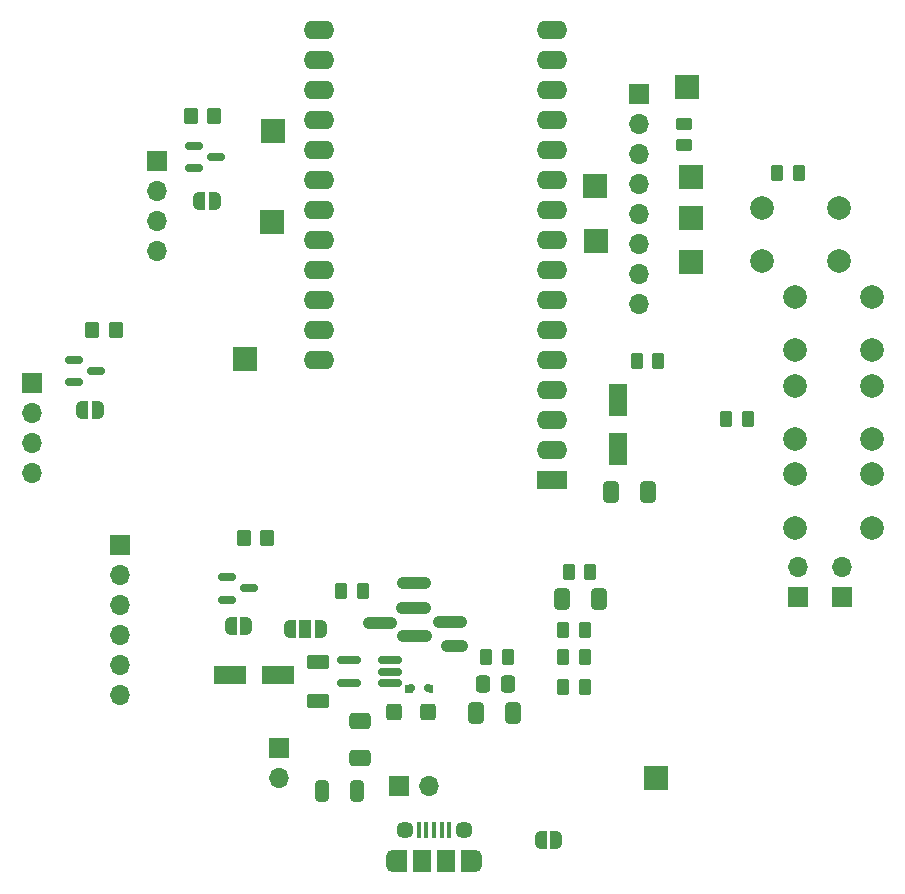
<source format=gbr>
%TF.GenerationSoftware,KiCad,Pcbnew,8.0.5*%
%TF.CreationDate,2024-10-28T11:51:33+01:00*%
%TF.ProjectId,Scent_Diffuser,5363656e-745f-4446-9966-66757365722e,rev?*%
%TF.SameCoordinates,Original*%
%TF.FileFunction,Soldermask,Top*%
%TF.FilePolarity,Negative*%
%FSLAX46Y46*%
G04 Gerber Fmt 4.6, Leading zero omitted, Abs format (unit mm)*
G04 Created by KiCad (PCBNEW 8.0.5) date 2024-10-28 11:51:33*
%MOMM*%
%LPD*%
G01*
G04 APERTURE LIST*
G04 Aperture macros list*
%AMRoundRect*
0 Rectangle with rounded corners*
0 $1 Rounding radius*
0 $2 $3 $4 $5 $6 $7 $8 $9 X,Y pos of 4 corners*
0 Add a 4 corners polygon primitive as box body*
4,1,4,$2,$3,$4,$5,$6,$7,$8,$9,$2,$3,0*
0 Add four circle primitives for the rounded corners*
1,1,$1+$1,$2,$3*
1,1,$1+$1,$4,$5*
1,1,$1+$1,$6,$7*
1,1,$1+$1,$8,$9*
0 Add four rect primitives between the rounded corners*
20,1,$1+$1,$2,$3,$4,$5,0*
20,1,$1+$1,$4,$5,$6,$7,0*
20,1,$1+$1,$6,$7,$8,$9,0*
20,1,$1+$1,$8,$9,$2,$3,0*%
%AMFreePoly0*
4,1,19,0.500000,-0.750000,0.000000,-0.750000,0.000000,-0.744911,-0.071157,-0.744911,-0.207708,-0.704816,-0.327430,-0.627875,-0.420627,-0.520320,-0.479746,-0.390866,-0.500000,-0.250000,-0.500000,0.250000,-0.479746,0.390866,-0.420627,0.520320,-0.327430,0.627875,-0.207708,0.704816,-0.071157,0.744911,0.000000,0.744911,0.000000,0.750000,0.500000,0.750000,0.500000,-0.750000,0.500000,-0.750000,
$1*%
%AMFreePoly1*
4,1,19,0.000000,0.744911,0.071157,0.744911,0.207708,0.704816,0.327430,0.627875,0.420627,0.520320,0.479746,0.390866,0.500000,0.250000,0.500000,-0.250000,0.479746,-0.390866,0.420627,-0.520320,0.327430,-0.627875,0.207708,-0.704816,0.071157,-0.744911,0.000000,-0.744911,0.000000,-0.750000,-0.500000,-0.750000,-0.500000,0.750000,0.000000,0.750000,0.000000,0.744911,0.000000,0.744911,
$1*%
%AMFreePoly2*
4,1,19,0.550000,-0.750000,0.000000,-0.750000,0.000000,-0.744911,-0.071157,-0.744911,-0.207708,-0.704816,-0.327430,-0.627875,-0.420627,-0.520320,-0.479746,-0.390866,-0.500000,-0.250000,-0.500000,0.250000,-0.479746,0.390866,-0.420627,0.520320,-0.327430,0.627875,-0.207708,0.704816,-0.071157,0.744911,0.000000,0.744911,0.000000,0.750000,0.550000,0.750000,0.550000,-0.750000,0.550000,-0.750000,
$1*%
%AMFreePoly3*
4,1,19,0.000000,0.744911,0.071157,0.744911,0.207708,0.704816,0.327430,0.627875,0.420627,0.520320,0.479746,0.390866,0.500000,0.250000,0.500000,-0.250000,0.479746,-0.390866,0.420627,-0.520320,0.327430,-0.627875,0.207708,-0.704816,0.071157,-0.744911,0.000000,-0.744911,0.000000,-0.750000,-0.550000,-0.750000,-0.550000,0.750000,0.000000,0.750000,0.000000,0.744911,0.000000,0.744911,
$1*%
G04 Aperture macros list end*
%ADD10C,0.100000*%
%ADD11C,1.000000*%
%ADD12RoundRect,0.250000X-0.262500X-0.450000X0.262500X-0.450000X0.262500X0.450000X-0.262500X0.450000X0*%
%ADD13RoundRect,0.250000X0.550000X-1.137500X0.550000X1.137500X-0.550000X1.137500X-0.550000X-1.137500X0*%
%ADD14RoundRect,0.250000X0.412500X0.650000X-0.412500X0.650000X-0.412500X-0.650000X0.412500X-0.650000X0*%
%ADD15FreePoly0,0.000000*%
%ADD16FreePoly1,0.000000*%
%ADD17R,1.700000X1.700000*%
%ADD18O,1.700000X1.700000*%
%ADD19R,2.000000X2.000000*%
%ADD20FreePoly0,180.000000*%
%ADD21FreePoly1,180.000000*%
%ADD22RoundRect,0.250000X0.262500X0.450000X-0.262500X0.450000X-0.262500X-0.450000X0.262500X-0.450000X0*%
%ADD23C,2.000000*%
%ADD24RoundRect,0.162500X0.837500X0.162500X-0.837500X0.162500X-0.837500X-0.162500X0.837500X-0.162500X0*%
%ADD25RoundRect,0.250000X-0.350000X-0.450000X0.350000X-0.450000X0.350000X0.450000X-0.350000X0.450000X0*%
%ADD26RoundRect,0.250000X0.400000X0.450000X-0.400000X0.450000X-0.400000X-0.450000X0.400000X-0.450000X0*%
%ADD27RoundRect,0.250000X0.337500X0.475000X-0.337500X0.475000X-0.337500X-0.475000X0.337500X-0.475000X0*%
%ADD28RoundRect,0.250000X-0.700000X0.362500X-0.700000X-0.362500X0.700000X-0.362500X0.700000X0.362500X0*%
%ADD29R,0.400000X1.350000*%
%ADD30O,1.200000X1.900000*%
%ADD31R,1.200000X1.900000*%
%ADD32C,1.450000*%
%ADD33R,1.500000X1.900000*%
%ADD34RoundRect,0.250000X-0.412500X-0.650000X0.412500X-0.650000X0.412500X0.650000X-0.412500X0.650000X0*%
%ADD35RoundRect,0.150000X-0.587500X-0.150000X0.587500X-0.150000X0.587500X0.150000X-0.587500X0.150000X0*%
%ADD36RoundRect,0.250000X1.137500X0.550000X-1.137500X0.550000X-1.137500X-0.550000X1.137500X-0.550000X0*%
%ADD37RoundRect,0.250000X0.450000X-0.262500X0.450000X0.262500X-0.450000X0.262500X-0.450000X-0.262500X0*%
%ADD38RoundRect,0.250000X0.325000X0.650000X-0.325000X0.650000X-0.325000X-0.650000X0.325000X-0.650000X0*%
%ADD39RoundRect,0.250000X0.350000X0.450000X-0.350000X0.450000X-0.350000X-0.450000X0.350000X-0.450000X0*%
%ADD40RoundRect,0.150000X-0.150000X-0.200000X0.150000X-0.200000X0.150000X0.200000X-0.150000X0.200000X0*%
%ADD41FreePoly2,180.000000*%
%ADD42R,1.000000X1.500000*%
%ADD43FreePoly3,180.000000*%
%ADD44RoundRect,0.250000X1.050000X0.550000X-1.050000X0.550000X-1.050000X-0.550000X1.050000X-0.550000X0*%
%ADD45O,2.600000X1.600000*%
%ADD46RoundRect,0.250000X-0.650000X0.412500X-0.650000X-0.412500X0.650000X-0.412500X0.650000X0.412500X0*%
G04 APERTURE END LIST*
D10*
X76600000Y-164211200D02*
X76306400Y-164211200D01*
X76306400Y-163600000D01*
X76600000Y-163600000D01*
X76600000Y-164211200D01*
G36*
X76600000Y-164211200D02*
G01*
X76306400Y-164211200D01*
X76306400Y-163600000D01*
X76600000Y-163600000D01*
X76600000Y-164211200D01*
G37*
D11*
X74142600Y-159435800D02*
X76022200Y-159435800D01*
X74066400Y-157073600D02*
X75946000Y-157073600D01*
X77819250Y-160350200D02*
X79101950Y-160350200D01*
X74091800Y-155016200D02*
X75971400Y-155016200D01*
X77165200Y-158292800D02*
X79044800Y-158292800D01*
X71247000Y-158343600D02*
X73126600Y-158343600D01*
D10*
X74300000Y-163595200D02*
X74884200Y-163595200D01*
X74884200Y-164204800D01*
X74300000Y-164204800D01*
X74300000Y-163595200D01*
G36*
X74300000Y-163595200D02*
G01*
X74884200Y-163595200D01*
X74884200Y-164204800D01*
X74300000Y-164204800D01*
X74300000Y-163595200D01*
G37*
D12*
%TO.C,R21*%
X81175000Y-161250000D03*
X83000000Y-161250000D03*
%TD*%
D13*
%TO.C,C5*%
X92303600Y-143611600D03*
X92303600Y-139486600D03*
%TD*%
D14*
%TO.C,C3*%
X83401300Y-165963600D03*
X80276300Y-165963600D03*
%TD*%
D15*
%TO.C,JP3*%
X59550000Y-158600000D03*
D16*
X60850000Y-158600000D03*
%TD*%
D17*
%TO.C,J5*%
X73761600Y-172161200D03*
D18*
X76301600Y-172161200D03*
%TD*%
D19*
%TO.C,TP2*%
X60700000Y-136000000D03*
%TD*%
D15*
%TO.C,JP2*%
X46960000Y-140335000D03*
D16*
X48260000Y-140335000D03*
%TD*%
D20*
%TO.C,JP5*%
X87071200Y-176733200D03*
D21*
X85771200Y-176733200D03*
%TD*%
D22*
%TO.C,R15*%
X89968000Y-154087000D03*
X88143000Y-154087000D03*
%TD*%
D19*
%TO.C,J15*%
X90373200Y-121412000D03*
%TD*%
D23*
%TO.C,SW2*%
X107316200Y-138262800D03*
X113816200Y-138262800D03*
X107316200Y-142762800D03*
X113816200Y-142762800D03*
%TD*%
D24*
%TO.C,U2*%
X72999600Y-163444000D03*
X72999600Y-162494000D03*
X72999600Y-161544000D03*
X69579600Y-161544000D03*
X69579600Y-163444000D03*
%TD*%
D23*
%TO.C,SW1*%
X107317400Y-145791800D03*
X113817400Y-145791800D03*
X107317400Y-150291800D03*
X113817400Y-150291800D03*
%TD*%
D19*
%TO.C,J13*%
X98500000Y-120600000D03*
%TD*%
D12*
%TO.C,R2*%
X68884800Y-155676600D03*
X70709800Y-155676600D03*
%TD*%
D25*
%TO.C,R4*%
X47784000Y-133604000D03*
X49784000Y-133604000D03*
%TD*%
D17*
%TO.C,J3*%
X94081600Y-113588800D03*
D18*
X94081600Y-116128800D03*
X94081600Y-118668800D03*
X94081600Y-121208800D03*
X94081600Y-123748800D03*
X94081600Y-126288800D03*
X94081600Y-128828800D03*
X94081600Y-131368800D03*
%TD*%
D26*
%TO.C,D2*%
X76250000Y-165900000D03*
X73350000Y-165900000D03*
%TD*%
D15*
%TO.C,JP1*%
X56866000Y-122682000D03*
D16*
X58166000Y-122682000D03*
%TD*%
D27*
%TO.C,C1*%
X83000000Y-163500000D03*
X80925000Y-163500000D03*
%TD*%
D28*
%TO.C,L1*%
X66900000Y-161637500D03*
X66900000Y-164962500D03*
%TD*%
D12*
%TO.C,R20*%
X87675000Y-161250000D03*
X89500000Y-161250000D03*
%TD*%
D29*
%TO.C,J1*%
X75450000Y-175862000D03*
X76100000Y-175862000D03*
X76750000Y-175862000D03*
X77400000Y-175862000D03*
X78050000Y-175862000D03*
D30*
X73250000Y-178562000D03*
D31*
X73850000Y-178562000D03*
D32*
X74250000Y-175862000D03*
D33*
X75750000Y-178562000D03*
X77750000Y-178562000D03*
D32*
X79250000Y-175862000D03*
D31*
X79650000Y-178562000D03*
D30*
X80250000Y-178562000D03*
%TD*%
D34*
%TO.C,C7*%
X87566100Y-156337000D03*
X90691100Y-156337000D03*
%TD*%
D22*
%TO.C,R6*%
X103312500Y-141100000D03*
X101487500Y-141100000D03*
%TD*%
D25*
%TO.C,R3*%
X56134000Y-115443000D03*
X58134000Y-115443000D03*
%TD*%
D19*
%TO.C,J12*%
X98171000Y-113030000D03*
%TD*%
D17*
%TO.C,J6*%
X53253000Y-119263000D03*
D18*
X53253000Y-121803000D03*
X53253000Y-124343000D03*
X53253000Y-126883000D03*
%TD*%
D22*
%TO.C,R1*%
X89500000Y-159000000D03*
X87675000Y-159000000D03*
%TD*%
%TO.C,R14*%
X89500000Y-163750000D03*
X87675000Y-163750000D03*
%TD*%
D35*
%TO.C,Q2*%
X46258000Y-136083000D03*
X46258000Y-137983000D03*
X48133000Y-137033000D03*
%TD*%
D36*
%TO.C,C8*%
X63562500Y-162800000D03*
X59437500Y-162800000D03*
%TD*%
D19*
%TO.C,J32*%
X63119000Y-116713000D03*
%TD*%
D35*
%TO.C,Q3*%
X59212000Y-154498000D03*
X59212000Y-156398000D03*
X61087000Y-155448000D03*
%TD*%
D17*
%TO.C,J4*%
X63626600Y-168930000D03*
D18*
X63626600Y-171470000D03*
%TD*%
D37*
%TO.C,R8*%
X97900000Y-117912500D03*
X97900000Y-116087500D03*
%TD*%
D23*
%TO.C,SW3*%
X107317400Y-130729600D03*
X113817400Y-130729600D03*
X107317400Y-135229600D03*
X113817400Y-135229600D03*
%TD*%
D38*
%TO.C,C4*%
X70231000Y-172593000D03*
X67281000Y-172593000D03*
%TD*%
D39*
%TO.C,R7*%
X62636400Y-151206200D03*
X60636400Y-151206200D03*
%TD*%
D40*
%TO.C,D1*%
X76200000Y-163900000D03*
X74800000Y-163900000D03*
%TD*%
D17*
%TO.C,J7*%
X42672000Y-138049000D03*
D18*
X42672000Y-140589000D03*
X42672000Y-143129000D03*
X42672000Y-145669000D03*
%TD*%
D22*
%TO.C,R5*%
X95712500Y-136200000D03*
X93887500Y-136200000D03*
%TD*%
D19*
%TO.C,J8*%
X98500000Y-127800000D03*
%TD*%
D41*
%TO.C,JP4*%
X67132200Y-158902400D03*
D42*
X65832200Y-158902400D03*
D43*
X64532200Y-158902400D03*
%TD*%
D17*
%TO.C,J10*%
X107594400Y-156164200D03*
D18*
X107594400Y-153624200D03*
%TD*%
D22*
%TO.C,R9*%
X107612500Y-120300000D03*
X105787500Y-120300000D03*
%TD*%
D44*
%TO.C,U1*%
X86752500Y-146300000D03*
D45*
X86752500Y-143760000D03*
X86752500Y-141220000D03*
X86752500Y-138680000D03*
X86752500Y-136140000D03*
X86752500Y-133600000D03*
X86752500Y-131060000D03*
X86752500Y-128520000D03*
X86752500Y-125980000D03*
X86752500Y-123440000D03*
X86752500Y-120900000D03*
X86752500Y-118360000D03*
X86752500Y-115820000D03*
X86752500Y-113280000D03*
X86752500Y-110740000D03*
X86752500Y-108200000D03*
X67032500Y-108200000D03*
X67032500Y-110740000D03*
X67032500Y-113280000D03*
X67032500Y-115820000D03*
X67032500Y-118360000D03*
X67032500Y-120900000D03*
X67032500Y-123440000D03*
X67032500Y-125980000D03*
X67032500Y-128520000D03*
X67032500Y-131060000D03*
X67032500Y-133600000D03*
X67032500Y-136140000D03*
%TD*%
D46*
%TO.C,C2*%
X70510400Y-166700200D03*
X70510400Y-169825200D03*
%TD*%
D17*
%TO.C,J2*%
X50139600Y-151739600D03*
D18*
X50139600Y-154279600D03*
X50139600Y-156819600D03*
X50139600Y-159359600D03*
X50139600Y-161899600D03*
X50139600Y-164439600D03*
%TD*%
D17*
%TO.C,J11*%
X111252000Y-156159200D03*
D18*
X111252000Y-153619200D03*
%TD*%
D19*
%TO.C,TP1*%
X95500000Y-171500000D03*
%TD*%
%TO.C,J14*%
X90500000Y-126034800D03*
%TD*%
D34*
%TO.C,C6*%
X91744800Y-147269200D03*
X94869800Y-147269200D03*
%TD*%
D19*
%TO.C,J33*%
X62992000Y-124460000D03*
%TD*%
D35*
%TO.C,Q1*%
X56388000Y-117983000D03*
X56388000Y-119883000D03*
X58263000Y-118933000D03*
%TD*%
D19*
%TO.C,J9*%
X98500000Y-124100000D03*
%TD*%
D23*
%TO.C,SW4*%
X104496800Y-123226000D03*
X110996800Y-123226000D03*
X104496800Y-127726000D03*
X110996800Y-127726000D03*
%TD*%
M02*

</source>
